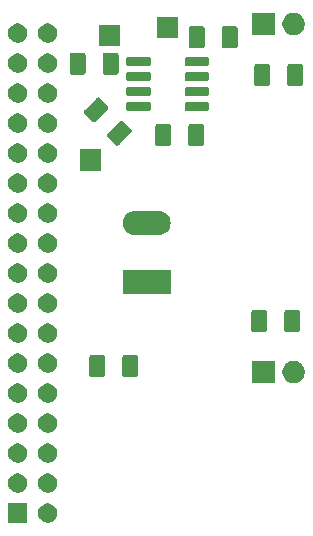
<source format=gbr>
G04 #@! TF.GenerationSoftware,KiCad,Pcbnew,5.1.6-c6e7f7d~86~ubuntu18.04.1*
G04 #@! TF.CreationDate,2020-07-18T15:42:51+02:00*
G04 #@! TF.ProjectId,sboxnet-dccgen,73626f78-6e65-4742-9d64-636367656e2e,rev?*
G04 #@! TF.SameCoordinates,Original*
G04 #@! TF.FileFunction,Soldermask,Bot*
G04 #@! TF.FilePolarity,Negative*
%FSLAX46Y46*%
G04 Gerber Fmt 4.6, Leading zero omitted, Abs format (unit mm)*
G04 Created by KiCad (PCBNEW 5.1.6-c6e7f7d~86~ubuntu18.04.1) date 2020-07-18 15:42:51*
%MOMM*%
%LPD*%
G01*
G04 APERTURE LIST*
%ADD10C,0.100000*%
G04 APERTURE END LIST*
D10*
G36*
X31987142Y-93198242D02*
G01*
X32135101Y-93259529D01*
X32268255Y-93348499D01*
X32381501Y-93461745D01*
X32470471Y-93594899D01*
X32531758Y-93742858D01*
X32563000Y-93899925D01*
X32563000Y-94060075D01*
X32531758Y-94217142D01*
X32470471Y-94365101D01*
X32381501Y-94498255D01*
X32268255Y-94611501D01*
X32135101Y-94700471D01*
X31987142Y-94761758D01*
X31830075Y-94793000D01*
X31669925Y-94793000D01*
X31512858Y-94761758D01*
X31364899Y-94700471D01*
X31231745Y-94611501D01*
X31118499Y-94498255D01*
X31029529Y-94365101D01*
X30968242Y-94217142D01*
X30937000Y-94060075D01*
X30937000Y-93899925D01*
X30968242Y-93742858D01*
X31029529Y-93594899D01*
X31118499Y-93461745D01*
X31231745Y-93348499D01*
X31364899Y-93259529D01*
X31512858Y-93198242D01*
X31669925Y-93167000D01*
X31830075Y-93167000D01*
X31987142Y-93198242D01*
G37*
G36*
X30023000Y-94793000D02*
G01*
X28397000Y-94793000D01*
X28397000Y-93167000D01*
X30023000Y-93167000D01*
X30023000Y-94793000D01*
G37*
G36*
X29447142Y-90658242D02*
G01*
X29595101Y-90719529D01*
X29728255Y-90808499D01*
X29841501Y-90921745D01*
X29930471Y-91054899D01*
X29991758Y-91202858D01*
X30023000Y-91359925D01*
X30023000Y-91520075D01*
X29991758Y-91677142D01*
X29930471Y-91825101D01*
X29841501Y-91958255D01*
X29728255Y-92071501D01*
X29595101Y-92160471D01*
X29447142Y-92221758D01*
X29290075Y-92253000D01*
X29129925Y-92253000D01*
X28972858Y-92221758D01*
X28824899Y-92160471D01*
X28691745Y-92071501D01*
X28578499Y-91958255D01*
X28489529Y-91825101D01*
X28428242Y-91677142D01*
X28397000Y-91520075D01*
X28397000Y-91359925D01*
X28428242Y-91202858D01*
X28489529Y-91054899D01*
X28578499Y-90921745D01*
X28691745Y-90808499D01*
X28824899Y-90719529D01*
X28972858Y-90658242D01*
X29129925Y-90627000D01*
X29290075Y-90627000D01*
X29447142Y-90658242D01*
G37*
G36*
X31987142Y-90658242D02*
G01*
X32135101Y-90719529D01*
X32268255Y-90808499D01*
X32381501Y-90921745D01*
X32470471Y-91054899D01*
X32531758Y-91202858D01*
X32563000Y-91359925D01*
X32563000Y-91520075D01*
X32531758Y-91677142D01*
X32470471Y-91825101D01*
X32381501Y-91958255D01*
X32268255Y-92071501D01*
X32135101Y-92160471D01*
X31987142Y-92221758D01*
X31830075Y-92253000D01*
X31669925Y-92253000D01*
X31512858Y-92221758D01*
X31364899Y-92160471D01*
X31231745Y-92071501D01*
X31118499Y-91958255D01*
X31029529Y-91825101D01*
X30968242Y-91677142D01*
X30937000Y-91520075D01*
X30937000Y-91359925D01*
X30968242Y-91202858D01*
X31029529Y-91054899D01*
X31118499Y-90921745D01*
X31231745Y-90808499D01*
X31364899Y-90719529D01*
X31512858Y-90658242D01*
X31669925Y-90627000D01*
X31830075Y-90627000D01*
X31987142Y-90658242D01*
G37*
G36*
X31987142Y-88118242D02*
G01*
X32135101Y-88179529D01*
X32268255Y-88268499D01*
X32381501Y-88381745D01*
X32470471Y-88514899D01*
X32531758Y-88662858D01*
X32563000Y-88819925D01*
X32563000Y-88980075D01*
X32531758Y-89137142D01*
X32470471Y-89285101D01*
X32381501Y-89418255D01*
X32268255Y-89531501D01*
X32135101Y-89620471D01*
X31987142Y-89681758D01*
X31830075Y-89713000D01*
X31669925Y-89713000D01*
X31512858Y-89681758D01*
X31364899Y-89620471D01*
X31231745Y-89531501D01*
X31118499Y-89418255D01*
X31029529Y-89285101D01*
X30968242Y-89137142D01*
X30937000Y-88980075D01*
X30937000Y-88819925D01*
X30968242Y-88662858D01*
X31029529Y-88514899D01*
X31118499Y-88381745D01*
X31231745Y-88268499D01*
X31364899Y-88179529D01*
X31512858Y-88118242D01*
X31669925Y-88087000D01*
X31830075Y-88087000D01*
X31987142Y-88118242D01*
G37*
G36*
X29447142Y-88118242D02*
G01*
X29595101Y-88179529D01*
X29728255Y-88268499D01*
X29841501Y-88381745D01*
X29930471Y-88514899D01*
X29991758Y-88662858D01*
X30023000Y-88819925D01*
X30023000Y-88980075D01*
X29991758Y-89137142D01*
X29930471Y-89285101D01*
X29841501Y-89418255D01*
X29728255Y-89531501D01*
X29595101Y-89620471D01*
X29447142Y-89681758D01*
X29290075Y-89713000D01*
X29129925Y-89713000D01*
X28972858Y-89681758D01*
X28824899Y-89620471D01*
X28691745Y-89531501D01*
X28578499Y-89418255D01*
X28489529Y-89285101D01*
X28428242Y-89137142D01*
X28397000Y-88980075D01*
X28397000Y-88819925D01*
X28428242Y-88662858D01*
X28489529Y-88514899D01*
X28578499Y-88381745D01*
X28691745Y-88268499D01*
X28824899Y-88179529D01*
X28972858Y-88118242D01*
X29129925Y-88087000D01*
X29290075Y-88087000D01*
X29447142Y-88118242D01*
G37*
G36*
X29447142Y-85578242D02*
G01*
X29595101Y-85639529D01*
X29728255Y-85728499D01*
X29841501Y-85841745D01*
X29930471Y-85974899D01*
X29991758Y-86122858D01*
X30023000Y-86279925D01*
X30023000Y-86440075D01*
X29991758Y-86597142D01*
X29930471Y-86745101D01*
X29841501Y-86878255D01*
X29728255Y-86991501D01*
X29595101Y-87080471D01*
X29447142Y-87141758D01*
X29290075Y-87173000D01*
X29129925Y-87173000D01*
X28972858Y-87141758D01*
X28824899Y-87080471D01*
X28691745Y-86991501D01*
X28578499Y-86878255D01*
X28489529Y-86745101D01*
X28428242Y-86597142D01*
X28397000Y-86440075D01*
X28397000Y-86279925D01*
X28428242Y-86122858D01*
X28489529Y-85974899D01*
X28578499Y-85841745D01*
X28691745Y-85728499D01*
X28824899Y-85639529D01*
X28972858Y-85578242D01*
X29129925Y-85547000D01*
X29290075Y-85547000D01*
X29447142Y-85578242D01*
G37*
G36*
X31987142Y-85578242D02*
G01*
X32135101Y-85639529D01*
X32268255Y-85728499D01*
X32381501Y-85841745D01*
X32470471Y-85974899D01*
X32531758Y-86122858D01*
X32563000Y-86279925D01*
X32563000Y-86440075D01*
X32531758Y-86597142D01*
X32470471Y-86745101D01*
X32381501Y-86878255D01*
X32268255Y-86991501D01*
X32135101Y-87080471D01*
X31987142Y-87141758D01*
X31830075Y-87173000D01*
X31669925Y-87173000D01*
X31512858Y-87141758D01*
X31364899Y-87080471D01*
X31231745Y-86991501D01*
X31118499Y-86878255D01*
X31029529Y-86745101D01*
X30968242Y-86597142D01*
X30937000Y-86440075D01*
X30937000Y-86279925D01*
X30968242Y-86122858D01*
X31029529Y-85974899D01*
X31118499Y-85841745D01*
X31231745Y-85728499D01*
X31364899Y-85639529D01*
X31512858Y-85578242D01*
X31669925Y-85547000D01*
X31830075Y-85547000D01*
X31987142Y-85578242D01*
G37*
G36*
X31987142Y-83038242D02*
G01*
X32135101Y-83099529D01*
X32268255Y-83188499D01*
X32381501Y-83301745D01*
X32470471Y-83434899D01*
X32531758Y-83582858D01*
X32563000Y-83739925D01*
X32563000Y-83900075D01*
X32531758Y-84057142D01*
X32470471Y-84205101D01*
X32381501Y-84338255D01*
X32268255Y-84451501D01*
X32135101Y-84540471D01*
X31987142Y-84601758D01*
X31830075Y-84633000D01*
X31669925Y-84633000D01*
X31512858Y-84601758D01*
X31364899Y-84540471D01*
X31231745Y-84451501D01*
X31118499Y-84338255D01*
X31029529Y-84205101D01*
X30968242Y-84057142D01*
X30937000Y-83900075D01*
X30937000Y-83739925D01*
X30968242Y-83582858D01*
X31029529Y-83434899D01*
X31118499Y-83301745D01*
X31231745Y-83188499D01*
X31364899Y-83099529D01*
X31512858Y-83038242D01*
X31669925Y-83007000D01*
X31830075Y-83007000D01*
X31987142Y-83038242D01*
G37*
G36*
X29447142Y-83038242D02*
G01*
X29595101Y-83099529D01*
X29728255Y-83188499D01*
X29841501Y-83301745D01*
X29930471Y-83434899D01*
X29991758Y-83582858D01*
X30023000Y-83739925D01*
X30023000Y-83900075D01*
X29991758Y-84057142D01*
X29930471Y-84205101D01*
X29841501Y-84338255D01*
X29728255Y-84451501D01*
X29595101Y-84540471D01*
X29447142Y-84601758D01*
X29290075Y-84633000D01*
X29129925Y-84633000D01*
X28972858Y-84601758D01*
X28824899Y-84540471D01*
X28691745Y-84451501D01*
X28578499Y-84338255D01*
X28489529Y-84205101D01*
X28428242Y-84057142D01*
X28397000Y-83900075D01*
X28397000Y-83739925D01*
X28428242Y-83582858D01*
X28489529Y-83434899D01*
X28578499Y-83301745D01*
X28691745Y-83188499D01*
X28824899Y-83099529D01*
X28972858Y-83038242D01*
X29129925Y-83007000D01*
X29290075Y-83007000D01*
X29447142Y-83038242D01*
G37*
G36*
X50989000Y-82993000D02*
G01*
X49087000Y-82993000D01*
X49087000Y-81091000D01*
X50989000Y-81091000D01*
X50989000Y-82993000D01*
G37*
G36*
X52855395Y-81127546D02*
G01*
X53028466Y-81199234D01*
X53105818Y-81250919D01*
X53184227Y-81303310D01*
X53316690Y-81435773D01*
X53316691Y-81435775D01*
X53420766Y-81591534D01*
X53492454Y-81764605D01*
X53529000Y-81948333D01*
X53529000Y-82135667D01*
X53492454Y-82319395D01*
X53420766Y-82492466D01*
X53420765Y-82492467D01*
X53316690Y-82648227D01*
X53184227Y-82780690D01*
X53105818Y-82833081D01*
X53028466Y-82884766D01*
X52855395Y-82956454D01*
X52671667Y-82993000D01*
X52484333Y-82993000D01*
X52300605Y-82956454D01*
X52127534Y-82884766D01*
X52050182Y-82833081D01*
X51971773Y-82780690D01*
X51839310Y-82648227D01*
X51735235Y-82492467D01*
X51735234Y-82492466D01*
X51663546Y-82319395D01*
X51627000Y-82135667D01*
X51627000Y-81948333D01*
X51663546Y-81764605D01*
X51735234Y-81591534D01*
X51839309Y-81435775D01*
X51839310Y-81435773D01*
X51971773Y-81303310D01*
X52050182Y-81250919D01*
X52127534Y-81199234D01*
X52300605Y-81127546D01*
X52484333Y-81091000D01*
X52671667Y-81091000D01*
X52855395Y-81127546D01*
G37*
G36*
X39256604Y-80612347D02*
G01*
X39293144Y-80623432D01*
X39326821Y-80641433D01*
X39356341Y-80665659D01*
X39380567Y-80695179D01*
X39398568Y-80728856D01*
X39409653Y-80765396D01*
X39414000Y-80809538D01*
X39414000Y-82258462D01*
X39409653Y-82302604D01*
X39398568Y-82339144D01*
X39380567Y-82372821D01*
X39356341Y-82402341D01*
X39326821Y-82426567D01*
X39293144Y-82444568D01*
X39256604Y-82455653D01*
X39212462Y-82460000D01*
X38263538Y-82460000D01*
X38219396Y-82455653D01*
X38182856Y-82444568D01*
X38149179Y-82426567D01*
X38119659Y-82402341D01*
X38095433Y-82372821D01*
X38077432Y-82339144D01*
X38066347Y-82302604D01*
X38062000Y-82258462D01*
X38062000Y-80809538D01*
X38066347Y-80765396D01*
X38077432Y-80728856D01*
X38095433Y-80695179D01*
X38119659Y-80665659D01*
X38149179Y-80641433D01*
X38182856Y-80623432D01*
X38219396Y-80612347D01*
X38263538Y-80608000D01*
X39212462Y-80608000D01*
X39256604Y-80612347D01*
G37*
G36*
X36456604Y-80612347D02*
G01*
X36493144Y-80623432D01*
X36526821Y-80641433D01*
X36556341Y-80665659D01*
X36580567Y-80695179D01*
X36598568Y-80728856D01*
X36609653Y-80765396D01*
X36614000Y-80809538D01*
X36614000Y-82258462D01*
X36609653Y-82302604D01*
X36598568Y-82339144D01*
X36580567Y-82372821D01*
X36556341Y-82402341D01*
X36526821Y-82426567D01*
X36493144Y-82444568D01*
X36456604Y-82455653D01*
X36412462Y-82460000D01*
X35463538Y-82460000D01*
X35419396Y-82455653D01*
X35382856Y-82444568D01*
X35349179Y-82426567D01*
X35319659Y-82402341D01*
X35295433Y-82372821D01*
X35277432Y-82339144D01*
X35266347Y-82302604D01*
X35262000Y-82258462D01*
X35262000Y-80809538D01*
X35266347Y-80765396D01*
X35277432Y-80728856D01*
X35295433Y-80695179D01*
X35319659Y-80665659D01*
X35349179Y-80641433D01*
X35382856Y-80623432D01*
X35419396Y-80612347D01*
X35463538Y-80608000D01*
X36412462Y-80608000D01*
X36456604Y-80612347D01*
G37*
G36*
X29447142Y-80498242D02*
G01*
X29595101Y-80559529D01*
X29728255Y-80648499D01*
X29841501Y-80761745D01*
X29930471Y-80894899D01*
X29991758Y-81042858D01*
X30023000Y-81199925D01*
X30023000Y-81360075D01*
X29991758Y-81517142D01*
X29930471Y-81665101D01*
X29841501Y-81798255D01*
X29728255Y-81911501D01*
X29595101Y-82000471D01*
X29447142Y-82061758D01*
X29290075Y-82093000D01*
X29129925Y-82093000D01*
X28972858Y-82061758D01*
X28824899Y-82000471D01*
X28691745Y-81911501D01*
X28578499Y-81798255D01*
X28489529Y-81665101D01*
X28428242Y-81517142D01*
X28397000Y-81360075D01*
X28397000Y-81199925D01*
X28428242Y-81042858D01*
X28489529Y-80894899D01*
X28578499Y-80761745D01*
X28691745Y-80648499D01*
X28824899Y-80559529D01*
X28972858Y-80498242D01*
X29129925Y-80467000D01*
X29290075Y-80467000D01*
X29447142Y-80498242D01*
G37*
G36*
X31987142Y-80498242D02*
G01*
X32135101Y-80559529D01*
X32268255Y-80648499D01*
X32381501Y-80761745D01*
X32470471Y-80894899D01*
X32531758Y-81042858D01*
X32563000Y-81199925D01*
X32563000Y-81360075D01*
X32531758Y-81517142D01*
X32470471Y-81665101D01*
X32381501Y-81798255D01*
X32268255Y-81911501D01*
X32135101Y-82000471D01*
X31987142Y-82061758D01*
X31830075Y-82093000D01*
X31669925Y-82093000D01*
X31512858Y-82061758D01*
X31364899Y-82000471D01*
X31231745Y-81911501D01*
X31118499Y-81798255D01*
X31029529Y-81665101D01*
X30968242Y-81517142D01*
X30937000Y-81360075D01*
X30937000Y-81199925D01*
X30968242Y-81042858D01*
X31029529Y-80894899D01*
X31118499Y-80761745D01*
X31231745Y-80648499D01*
X31364899Y-80559529D01*
X31512858Y-80498242D01*
X31669925Y-80467000D01*
X31830075Y-80467000D01*
X31987142Y-80498242D01*
G37*
G36*
X31987142Y-77958242D02*
G01*
X32135101Y-78019529D01*
X32268255Y-78108499D01*
X32381501Y-78221745D01*
X32470471Y-78354899D01*
X32531758Y-78502858D01*
X32563000Y-78659925D01*
X32563000Y-78820075D01*
X32531758Y-78977142D01*
X32470471Y-79125101D01*
X32381501Y-79258255D01*
X32268255Y-79371501D01*
X32135101Y-79460471D01*
X31987142Y-79521758D01*
X31830075Y-79553000D01*
X31669925Y-79553000D01*
X31512858Y-79521758D01*
X31364899Y-79460471D01*
X31231745Y-79371501D01*
X31118499Y-79258255D01*
X31029529Y-79125101D01*
X30968242Y-78977142D01*
X30937000Y-78820075D01*
X30937000Y-78659925D01*
X30968242Y-78502858D01*
X31029529Y-78354899D01*
X31118499Y-78221745D01*
X31231745Y-78108499D01*
X31364899Y-78019529D01*
X31512858Y-77958242D01*
X31669925Y-77927000D01*
X31830075Y-77927000D01*
X31987142Y-77958242D01*
G37*
G36*
X29447142Y-77958242D02*
G01*
X29595101Y-78019529D01*
X29728255Y-78108499D01*
X29841501Y-78221745D01*
X29930471Y-78354899D01*
X29991758Y-78502858D01*
X30023000Y-78659925D01*
X30023000Y-78820075D01*
X29991758Y-78977142D01*
X29930471Y-79125101D01*
X29841501Y-79258255D01*
X29728255Y-79371501D01*
X29595101Y-79460471D01*
X29447142Y-79521758D01*
X29290075Y-79553000D01*
X29129925Y-79553000D01*
X28972858Y-79521758D01*
X28824899Y-79460471D01*
X28691745Y-79371501D01*
X28578499Y-79258255D01*
X28489529Y-79125101D01*
X28428242Y-78977142D01*
X28397000Y-78820075D01*
X28397000Y-78659925D01*
X28428242Y-78502858D01*
X28489529Y-78354899D01*
X28578499Y-78221745D01*
X28691745Y-78108499D01*
X28824899Y-78019529D01*
X28972858Y-77958242D01*
X29129925Y-77927000D01*
X29290075Y-77927000D01*
X29447142Y-77958242D01*
G37*
G36*
X52972604Y-76802347D02*
G01*
X53009144Y-76813432D01*
X53042821Y-76831433D01*
X53072341Y-76855659D01*
X53096567Y-76885179D01*
X53114568Y-76918856D01*
X53125653Y-76955396D01*
X53130000Y-76999538D01*
X53130000Y-78448462D01*
X53125653Y-78492604D01*
X53114568Y-78529144D01*
X53096567Y-78562821D01*
X53072341Y-78592341D01*
X53042821Y-78616567D01*
X53009144Y-78634568D01*
X52972604Y-78645653D01*
X52928462Y-78650000D01*
X51979538Y-78650000D01*
X51935396Y-78645653D01*
X51898856Y-78634568D01*
X51865179Y-78616567D01*
X51835659Y-78592341D01*
X51811433Y-78562821D01*
X51793432Y-78529144D01*
X51782347Y-78492604D01*
X51778000Y-78448462D01*
X51778000Y-76999538D01*
X51782347Y-76955396D01*
X51793432Y-76918856D01*
X51811433Y-76885179D01*
X51835659Y-76855659D01*
X51865179Y-76831433D01*
X51898856Y-76813432D01*
X51935396Y-76802347D01*
X51979538Y-76798000D01*
X52928462Y-76798000D01*
X52972604Y-76802347D01*
G37*
G36*
X50172604Y-76802347D02*
G01*
X50209144Y-76813432D01*
X50242821Y-76831433D01*
X50272341Y-76855659D01*
X50296567Y-76885179D01*
X50314568Y-76918856D01*
X50325653Y-76955396D01*
X50330000Y-76999538D01*
X50330000Y-78448462D01*
X50325653Y-78492604D01*
X50314568Y-78529144D01*
X50296567Y-78562821D01*
X50272341Y-78592341D01*
X50242821Y-78616567D01*
X50209144Y-78634568D01*
X50172604Y-78645653D01*
X50128462Y-78650000D01*
X49179538Y-78650000D01*
X49135396Y-78645653D01*
X49098856Y-78634568D01*
X49065179Y-78616567D01*
X49035659Y-78592341D01*
X49011433Y-78562821D01*
X48993432Y-78529144D01*
X48982347Y-78492604D01*
X48978000Y-78448462D01*
X48978000Y-76999538D01*
X48982347Y-76955396D01*
X48993432Y-76918856D01*
X49011433Y-76885179D01*
X49035659Y-76855659D01*
X49065179Y-76831433D01*
X49098856Y-76813432D01*
X49135396Y-76802347D01*
X49179538Y-76798000D01*
X50128462Y-76798000D01*
X50172604Y-76802347D01*
G37*
G36*
X29447142Y-75418242D02*
G01*
X29595101Y-75479529D01*
X29728255Y-75568499D01*
X29841501Y-75681745D01*
X29930471Y-75814899D01*
X29991758Y-75962858D01*
X30023000Y-76119925D01*
X30023000Y-76280075D01*
X29991758Y-76437142D01*
X29930471Y-76585101D01*
X29841501Y-76718255D01*
X29728255Y-76831501D01*
X29595101Y-76920471D01*
X29447142Y-76981758D01*
X29290075Y-77013000D01*
X29129925Y-77013000D01*
X28972858Y-76981758D01*
X28824899Y-76920471D01*
X28691745Y-76831501D01*
X28578499Y-76718255D01*
X28489529Y-76585101D01*
X28428242Y-76437142D01*
X28397000Y-76280075D01*
X28397000Y-76119925D01*
X28428242Y-75962858D01*
X28489529Y-75814899D01*
X28578499Y-75681745D01*
X28691745Y-75568499D01*
X28824899Y-75479529D01*
X28972858Y-75418242D01*
X29129925Y-75387000D01*
X29290075Y-75387000D01*
X29447142Y-75418242D01*
G37*
G36*
X31987142Y-75418242D02*
G01*
X32135101Y-75479529D01*
X32268255Y-75568499D01*
X32381501Y-75681745D01*
X32470471Y-75814899D01*
X32531758Y-75962858D01*
X32563000Y-76119925D01*
X32563000Y-76280075D01*
X32531758Y-76437142D01*
X32470471Y-76585101D01*
X32381501Y-76718255D01*
X32268255Y-76831501D01*
X32135101Y-76920471D01*
X31987142Y-76981758D01*
X31830075Y-77013000D01*
X31669925Y-77013000D01*
X31512858Y-76981758D01*
X31364899Y-76920471D01*
X31231745Y-76831501D01*
X31118499Y-76718255D01*
X31029529Y-76585101D01*
X30968242Y-76437142D01*
X30937000Y-76280075D01*
X30937000Y-76119925D01*
X30968242Y-75962858D01*
X31029529Y-75814899D01*
X31118499Y-75681745D01*
X31231745Y-75568499D01*
X31364899Y-75479529D01*
X31512858Y-75418242D01*
X31669925Y-75387000D01*
X31830075Y-75387000D01*
X31987142Y-75418242D01*
G37*
G36*
X42163000Y-75463000D02*
G01*
X38101000Y-75463000D01*
X38101000Y-73381000D01*
X42163000Y-73381000D01*
X42163000Y-75463000D01*
G37*
G36*
X29447142Y-72878242D02*
G01*
X29595101Y-72939529D01*
X29728255Y-73028499D01*
X29841501Y-73141745D01*
X29930471Y-73274899D01*
X29991758Y-73422858D01*
X30023000Y-73579925D01*
X30023000Y-73740075D01*
X29991758Y-73897142D01*
X29930471Y-74045101D01*
X29841501Y-74178255D01*
X29728255Y-74291501D01*
X29595101Y-74380471D01*
X29447142Y-74441758D01*
X29290075Y-74473000D01*
X29129925Y-74473000D01*
X28972858Y-74441758D01*
X28824899Y-74380471D01*
X28691745Y-74291501D01*
X28578499Y-74178255D01*
X28489529Y-74045101D01*
X28428242Y-73897142D01*
X28397000Y-73740075D01*
X28397000Y-73579925D01*
X28428242Y-73422858D01*
X28489529Y-73274899D01*
X28578499Y-73141745D01*
X28691745Y-73028499D01*
X28824899Y-72939529D01*
X28972858Y-72878242D01*
X29129925Y-72847000D01*
X29290075Y-72847000D01*
X29447142Y-72878242D01*
G37*
G36*
X31987142Y-72878242D02*
G01*
X32135101Y-72939529D01*
X32268255Y-73028499D01*
X32381501Y-73141745D01*
X32470471Y-73274899D01*
X32531758Y-73422858D01*
X32563000Y-73579925D01*
X32563000Y-73740075D01*
X32531758Y-73897142D01*
X32470471Y-74045101D01*
X32381501Y-74178255D01*
X32268255Y-74291501D01*
X32135101Y-74380471D01*
X31987142Y-74441758D01*
X31830075Y-74473000D01*
X31669925Y-74473000D01*
X31512858Y-74441758D01*
X31364899Y-74380471D01*
X31231745Y-74291501D01*
X31118499Y-74178255D01*
X31029529Y-74045101D01*
X30968242Y-73897142D01*
X30937000Y-73740075D01*
X30937000Y-73579925D01*
X30968242Y-73422858D01*
X31029529Y-73274899D01*
X31118499Y-73141745D01*
X31231745Y-73028499D01*
X31364899Y-72939529D01*
X31512858Y-72878242D01*
X31669925Y-72847000D01*
X31830075Y-72847000D01*
X31987142Y-72878242D01*
G37*
G36*
X29447142Y-70338242D02*
G01*
X29595101Y-70399529D01*
X29728255Y-70488499D01*
X29841501Y-70601745D01*
X29930471Y-70734899D01*
X29991758Y-70882858D01*
X30023000Y-71039925D01*
X30023000Y-71200075D01*
X29991758Y-71357142D01*
X29930471Y-71505101D01*
X29841501Y-71638255D01*
X29728255Y-71751501D01*
X29595101Y-71840471D01*
X29447142Y-71901758D01*
X29290075Y-71933000D01*
X29129925Y-71933000D01*
X28972858Y-71901758D01*
X28824899Y-71840471D01*
X28691745Y-71751501D01*
X28578499Y-71638255D01*
X28489529Y-71505101D01*
X28428242Y-71357142D01*
X28397000Y-71200075D01*
X28397000Y-71039925D01*
X28428242Y-70882858D01*
X28489529Y-70734899D01*
X28578499Y-70601745D01*
X28691745Y-70488499D01*
X28824899Y-70399529D01*
X28972858Y-70338242D01*
X29129925Y-70307000D01*
X29290075Y-70307000D01*
X29447142Y-70338242D01*
G37*
G36*
X31987142Y-70338242D02*
G01*
X32135101Y-70399529D01*
X32268255Y-70488499D01*
X32381501Y-70601745D01*
X32470471Y-70734899D01*
X32531758Y-70882858D01*
X32563000Y-71039925D01*
X32563000Y-71200075D01*
X32531758Y-71357142D01*
X32470471Y-71505101D01*
X32381501Y-71638255D01*
X32268255Y-71751501D01*
X32135101Y-71840471D01*
X31987142Y-71901758D01*
X31830075Y-71933000D01*
X31669925Y-71933000D01*
X31512858Y-71901758D01*
X31364899Y-71840471D01*
X31231745Y-71751501D01*
X31118499Y-71638255D01*
X31029529Y-71505101D01*
X30968242Y-71357142D01*
X30937000Y-71200075D01*
X30937000Y-71039925D01*
X30968242Y-70882858D01*
X31029529Y-70734899D01*
X31118499Y-70601745D01*
X31231745Y-70488499D01*
X31364899Y-70399529D01*
X31512858Y-70338242D01*
X31669925Y-70307000D01*
X31830075Y-70307000D01*
X31987142Y-70338242D01*
G37*
G36*
X41224112Y-68386021D02*
G01*
X41326072Y-68396063D01*
X41522301Y-68455589D01*
X41522303Y-68455590D01*
X41703145Y-68552252D01*
X41861660Y-68682340D01*
X41972288Y-68817143D01*
X41991747Y-68840854D01*
X42088411Y-69021699D01*
X42147937Y-69217928D01*
X42168036Y-69422000D01*
X42147937Y-69626072D01*
X42088411Y-69822301D01*
X42088410Y-69822303D01*
X41991748Y-70003145D01*
X41861660Y-70161660D01*
X41703145Y-70291748D01*
X41522303Y-70388410D01*
X41522301Y-70388411D01*
X41326072Y-70447937D01*
X41224112Y-70457979D01*
X41173133Y-70463000D01*
X39090867Y-70463000D01*
X39039888Y-70457979D01*
X38937928Y-70447937D01*
X38741699Y-70388411D01*
X38741697Y-70388410D01*
X38560855Y-70291748D01*
X38402340Y-70161660D01*
X38272252Y-70003145D01*
X38175590Y-69822303D01*
X38175589Y-69822301D01*
X38116063Y-69626072D01*
X38095964Y-69422000D01*
X38116063Y-69217928D01*
X38175589Y-69021699D01*
X38272253Y-68840854D01*
X38291712Y-68817143D01*
X38402340Y-68682340D01*
X38560855Y-68552252D01*
X38741697Y-68455590D01*
X38741699Y-68455589D01*
X38937928Y-68396063D01*
X39039888Y-68386021D01*
X39090867Y-68381000D01*
X41173133Y-68381000D01*
X41224112Y-68386021D01*
G37*
G36*
X31987142Y-67798242D02*
G01*
X32135101Y-67859529D01*
X32268255Y-67948499D01*
X32381501Y-68061745D01*
X32470471Y-68194899D01*
X32531758Y-68342858D01*
X32563000Y-68499925D01*
X32563000Y-68660075D01*
X32531758Y-68817142D01*
X32470471Y-68965101D01*
X32381501Y-69098255D01*
X32268255Y-69211501D01*
X32135101Y-69300471D01*
X31987142Y-69361758D01*
X31830075Y-69393000D01*
X31669925Y-69393000D01*
X31512858Y-69361758D01*
X31364899Y-69300471D01*
X31231745Y-69211501D01*
X31118499Y-69098255D01*
X31029529Y-68965101D01*
X30968242Y-68817142D01*
X30937000Y-68660075D01*
X30937000Y-68499925D01*
X30968242Y-68342858D01*
X31029529Y-68194899D01*
X31118499Y-68061745D01*
X31231745Y-67948499D01*
X31364899Y-67859529D01*
X31512858Y-67798242D01*
X31669925Y-67767000D01*
X31830075Y-67767000D01*
X31987142Y-67798242D01*
G37*
G36*
X29447142Y-67798242D02*
G01*
X29595101Y-67859529D01*
X29728255Y-67948499D01*
X29841501Y-68061745D01*
X29930471Y-68194899D01*
X29991758Y-68342858D01*
X30023000Y-68499925D01*
X30023000Y-68660075D01*
X29991758Y-68817142D01*
X29930471Y-68965101D01*
X29841501Y-69098255D01*
X29728255Y-69211501D01*
X29595101Y-69300471D01*
X29447142Y-69361758D01*
X29290075Y-69393000D01*
X29129925Y-69393000D01*
X28972858Y-69361758D01*
X28824899Y-69300471D01*
X28691745Y-69211501D01*
X28578499Y-69098255D01*
X28489529Y-68965101D01*
X28428242Y-68817142D01*
X28397000Y-68660075D01*
X28397000Y-68499925D01*
X28428242Y-68342858D01*
X28489529Y-68194899D01*
X28578499Y-68061745D01*
X28691745Y-67948499D01*
X28824899Y-67859529D01*
X28972858Y-67798242D01*
X29129925Y-67767000D01*
X29290075Y-67767000D01*
X29447142Y-67798242D01*
G37*
G36*
X29447142Y-65258242D02*
G01*
X29595101Y-65319529D01*
X29728255Y-65408499D01*
X29841501Y-65521745D01*
X29930471Y-65654899D01*
X29991758Y-65802858D01*
X30023000Y-65959925D01*
X30023000Y-66120075D01*
X29991758Y-66277142D01*
X29930471Y-66425101D01*
X29841501Y-66558255D01*
X29728255Y-66671501D01*
X29595101Y-66760471D01*
X29447142Y-66821758D01*
X29290075Y-66853000D01*
X29129925Y-66853000D01*
X28972858Y-66821758D01*
X28824899Y-66760471D01*
X28691745Y-66671501D01*
X28578499Y-66558255D01*
X28489529Y-66425101D01*
X28428242Y-66277142D01*
X28397000Y-66120075D01*
X28397000Y-65959925D01*
X28428242Y-65802858D01*
X28489529Y-65654899D01*
X28578499Y-65521745D01*
X28691745Y-65408499D01*
X28824899Y-65319529D01*
X28972858Y-65258242D01*
X29129925Y-65227000D01*
X29290075Y-65227000D01*
X29447142Y-65258242D01*
G37*
G36*
X31987142Y-65258242D02*
G01*
X32135101Y-65319529D01*
X32268255Y-65408499D01*
X32381501Y-65521745D01*
X32470471Y-65654899D01*
X32531758Y-65802858D01*
X32563000Y-65959925D01*
X32563000Y-66120075D01*
X32531758Y-66277142D01*
X32470471Y-66425101D01*
X32381501Y-66558255D01*
X32268255Y-66671501D01*
X32135101Y-66760471D01*
X31987142Y-66821758D01*
X31830075Y-66853000D01*
X31669925Y-66853000D01*
X31512858Y-66821758D01*
X31364899Y-66760471D01*
X31231745Y-66671501D01*
X31118499Y-66558255D01*
X31029529Y-66425101D01*
X30968242Y-66277142D01*
X30937000Y-66120075D01*
X30937000Y-65959925D01*
X30968242Y-65802858D01*
X31029529Y-65654899D01*
X31118499Y-65521745D01*
X31231745Y-65408499D01*
X31364899Y-65319529D01*
X31512858Y-65258242D01*
X31669925Y-65227000D01*
X31830075Y-65227000D01*
X31987142Y-65258242D01*
G37*
G36*
X36301000Y-65001000D02*
G01*
X34499000Y-65001000D01*
X34499000Y-63199000D01*
X36301000Y-63199000D01*
X36301000Y-65001000D01*
G37*
G36*
X31987142Y-62718242D02*
G01*
X32135101Y-62779529D01*
X32268255Y-62868499D01*
X32381501Y-62981745D01*
X32470471Y-63114899D01*
X32531758Y-63262858D01*
X32563000Y-63419925D01*
X32563000Y-63580075D01*
X32531758Y-63737142D01*
X32470471Y-63885101D01*
X32381501Y-64018255D01*
X32268255Y-64131501D01*
X32135101Y-64220471D01*
X31987142Y-64281758D01*
X31830075Y-64313000D01*
X31669925Y-64313000D01*
X31512858Y-64281758D01*
X31364899Y-64220471D01*
X31231745Y-64131501D01*
X31118499Y-64018255D01*
X31029529Y-63885101D01*
X30968242Y-63737142D01*
X30937000Y-63580075D01*
X30937000Y-63419925D01*
X30968242Y-63262858D01*
X31029529Y-63114899D01*
X31118499Y-62981745D01*
X31231745Y-62868499D01*
X31364899Y-62779529D01*
X31512858Y-62718242D01*
X31669925Y-62687000D01*
X31830075Y-62687000D01*
X31987142Y-62718242D01*
G37*
G36*
X29447142Y-62718242D02*
G01*
X29595101Y-62779529D01*
X29728255Y-62868499D01*
X29841501Y-62981745D01*
X29930471Y-63114899D01*
X29991758Y-63262858D01*
X30023000Y-63419925D01*
X30023000Y-63580075D01*
X29991758Y-63737142D01*
X29930471Y-63885101D01*
X29841501Y-64018255D01*
X29728255Y-64131501D01*
X29595101Y-64220471D01*
X29447142Y-64281758D01*
X29290075Y-64313000D01*
X29129925Y-64313000D01*
X28972858Y-64281758D01*
X28824899Y-64220471D01*
X28691745Y-64131501D01*
X28578499Y-64018255D01*
X28489529Y-63885101D01*
X28428242Y-63737142D01*
X28397000Y-63580075D01*
X28397000Y-63419925D01*
X28428242Y-63262858D01*
X28489529Y-63114899D01*
X28578499Y-62981745D01*
X28691745Y-62868499D01*
X28824899Y-62779529D01*
X28972858Y-62718242D01*
X29129925Y-62687000D01*
X29290075Y-62687000D01*
X29447142Y-62718242D01*
G37*
G36*
X42044604Y-61054347D02*
G01*
X42081144Y-61065432D01*
X42114821Y-61083433D01*
X42144341Y-61107659D01*
X42168567Y-61137179D01*
X42186568Y-61170856D01*
X42197653Y-61207396D01*
X42202000Y-61251538D01*
X42202000Y-62700462D01*
X42197653Y-62744604D01*
X42186568Y-62781144D01*
X42168567Y-62814821D01*
X42144341Y-62844341D01*
X42114821Y-62868567D01*
X42081144Y-62886568D01*
X42044604Y-62897653D01*
X42000462Y-62902000D01*
X41051538Y-62902000D01*
X41007396Y-62897653D01*
X40970856Y-62886568D01*
X40937179Y-62868567D01*
X40907659Y-62844341D01*
X40883433Y-62814821D01*
X40865432Y-62781144D01*
X40854347Y-62744604D01*
X40850000Y-62700462D01*
X40850000Y-61251538D01*
X40854347Y-61207396D01*
X40865432Y-61170856D01*
X40883433Y-61137179D01*
X40907659Y-61107659D01*
X40937179Y-61083433D01*
X40970856Y-61065432D01*
X41007396Y-61054347D01*
X41051538Y-61050000D01*
X42000462Y-61050000D01*
X42044604Y-61054347D01*
G37*
G36*
X44844604Y-61054347D02*
G01*
X44881144Y-61065432D01*
X44914821Y-61083433D01*
X44944341Y-61107659D01*
X44968567Y-61137179D01*
X44986568Y-61170856D01*
X44997653Y-61207396D01*
X45002000Y-61251538D01*
X45002000Y-62700462D01*
X44997653Y-62744604D01*
X44986568Y-62781144D01*
X44968567Y-62814821D01*
X44944341Y-62844341D01*
X44914821Y-62868567D01*
X44881144Y-62886568D01*
X44844604Y-62897653D01*
X44800462Y-62902000D01*
X43851538Y-62902000D01*
X43807396Y-62897653D01*
X43770856Y-62886568D01*
X43737179Y-62868567D01*
X43707659Y-62844341D01*
X43683433Y-62814821D01*
X43665432Y-62781144D01*
X43654347Y-62744604D01*
X43650000Y-62700462D01*
X43650000Y-61251538D01*
X43654347Y-61207396D01*
X43665432Y-61170856D01*
X43683433Y-61137179D01*
X43707659Y-61107659D01*
X43737179Y-61083433D01*
X43770856Y-61065432D01*
X43807396Y-61054347D01*
X43851538Y-61050000D01*
X44800462Y-61050000D01*
X44844604Y-61054347D01*
G37*
G36*
X38035381Y-60776099D02*
G01*
X38071921Y-60787184D01*
X38105598Y-60805185D01*
X38139883Y-60833322D01*
X38188568Y-60882007D01*
X38188579Y-60882016D01*
X38762184Y-61455621D01*
X38762193Y-61455632D01*
X38810878Y-61504317D01*
X38839015Y-61538602D01*
X38857016Y-61572279D01*
X38868101Y-61608819D01*
X38871843Y-61646823D01*
X38868101Y-61684827D01*
X38857016Y-61721367D01*
X38839015Y-61755044D01*
X38810878Y-61789329D01*
X38762193Y-61838014D01*
X38762184Y-61838025D01*
X37835025Y-62765184D01*
X37835014Y-62765193D01*
X37786329Y-62813878D01*
X37752044Y-62842015D01*
X37718367Y-62860016D01*
X37681827Y-62871101D01*
X37643823Y-62874843D01*
X37605819Y-62871101D01*
X37569279Y-62860016D01*
X37535602Y-62842015D01*
X37501317Y-62813878D01*
X37452632Y-62765193D01*
X37452621Y-62765184D01*
X36879016Y-62191579D01*
X36879007Y-62191568D01*
X36830322Y-62142883D01*
X36802185Y-62108598D01*
X36784184Y-62074921D01*
X36773099Y-62038381D01*
X36769357Y-62000377D01*
X36773099Y-61962373D01*
X36784184Y-61925833D01*
X36802185Y-61892156D01*
X36830322Y-61857871D01*
X36879007Y-61809186D01*
X36879016Y-61809175D01*
X37806175Y-60882016D01*
X37806186Y-60882007D01*
X37854871Y-60833322D01*
X37889156Y-60805185D01*
X37922833Y-60787184D01*
X37959373Y-60776099D01*
X37997377Y-60772357D01*
X38035381Y-60776099D01*
G37*
G36*
X31987142Y-60178242D02*
G01*
X32135101Y-60239529D01*
X32268255Y-60328499D01*
X32381501Y-60441745D01*
X32470471Y-60574899D01*
X32531758Y-60722858D01*
X32563000Y-60879925D01*
X32563000Y-61040075D01*
X32531758Y-61197142D01*
X32470471Y-61345101D01*
X32381501Y-61478255D01*
X32268255Y-61591501D01*
X32135101Y-61680471D01*
X31987142Y-61741758D01*
X31830075Y-61773000D01*
X31669925Y-61773000D01*
X31512858Y-61741758D01*
X31364899Y-61680471D01*
X31231745Y-61591501D01*
X31118499Y-61478255D01*
X31029529Y-61345101D01*
X30968242Y-61197142D01*
X30937000Y-61040075D01*
X30937000Y-60879925D01*
X30968242Y-60722858D01*
X31029529Y-60574899D01*
X31118499Y-60441745D01*
X31231745Y-60328499D01*
X31364899Y-60239529D01*
X31512858Y-60178242D01*
X31669925Y-60147000D01*
X31830075Y-60147000D01*
X31987142Y-60178242D01*
G37*
G36*
X29447142Y-60178242D02*
G01*
X29595101Y-60239529D01*
X29728255Y-60328499D01*
X29841501Y-60441745D01*
X29930471Y-60574899D01*
X29991758Y-60722858D01*
X30023000Y-60879925D01*
X30023000Y-61040075D01*
X29991758Y-61197142D01*
X29930471Y-61345101D01*
X29841501Y-61478255D01*
X29728255Y-61591501D01*
X29595101Y-61680471D01*
X29447142Y-61741758D01*
X29290075Y-61773000D01*
X29129925Y-61773000D01*
X28972858Y-61741758D01*
X28824899Y-61680471D01*
X28691745Y-61591501D01*
X28578499Y-61478255D01*
X28489529Y-61345101D01*
X28428242Y-61197142D01*
X28397000Y-61040075D01*
X28397000Y-60879925D01*
X28428242Y-60722858D01*
X28489529Y-60574899D01*
X28578499Y-60441745D01*
X28691745Y-60328499D01*
X28824899Y-60239529D01*
X28972858Y-60178242D01*
X29129925Y-60147000D01*
X29290075Y-60147000D01*
X29447142Y-60178242D01*
G37*
G36*
X36055483Y-58796201D02*
G01*
X36092023Y-58807286D01*
X36125700Y-58825287D01*
X36159985Y-58853424D01*
X36208670Y-58902109D01*
X36208681Y-58902118D01*
X36782286Y-59475723D01*
X36782295Y-59475734D01*
X36830980Y-59524419D01*
X36859117Y-59558704D01*
X36877118Y-59592381D01*
X36888203Y-59628921D01*
X36891945Y-59666925D01*
X36888203Y-59704929D01*
X36877118Y-59741469D01*
X36859117Y-59775146D01*
X36830980Y-59809431D01*
X36782295Y-59858116D01*
X36782286Y-59858127D01*
X35855127Y-60785286D01*
X35855116Y-60785295D01*
X35806431Y-60833980D01*
X35772146Y-60862117D01*
X35738469Y-60880118D01*
X35701929Y-60891203D01*
X35663925Y-60894945D01*
X35625921Y-60891203D01*
X35589381Y-60880118D01*
X35555704Y-60862117D01*
X35521419Y-60833980D01*
X35472734Y-60785295D01*
X35472723Y-60785286D01*
X34899118Y-60211681D01*
X34899109Y-60211670D01*
X34850424Y-60162985D01*
X34822287Y-60128700D01*
X34804286Y-60095023D01*
X34793201Y-60058483D01*
X34789459Y-60020479D01*
X34793201Y-59982475D01*
X34804286Y-59945935D01*
X34822287Y-59912258D01*
X34850424Y-59877973D01*
X34899109Y-59829288D01*
X34899118Y-59829277D01*
X35826277Y-58902118D01*
X35826288Y-58902109D01*
X35874973Y-58853424D01*
X35909258Y-58825287D01*
X35942935Y-58807286D01*
X35979475Y-58796201D01*
X36017479Y-58792459D01*
X36055483Y-58796201D01*
G37*
G36*
X40369928Y-59214764D02*
G01*
X40391009Y-59221160D01*
X40410445Y-59231548D01*
X40427476Y-59245524D01*
X40441452Y-59262555D01*
X40451840Y-59281991D01*
X40458236Y-59303072D01*
X40461000Y-59331140D01*
X40461000Y-59794860D01*
X40458236Y-59822928D01*
X40451840Y-59844009D01*
X40441452Y-59863445D01*
X40427476Y-59880476D01*
X40410445Y-59894452D01*
X40391009Y-59904840D01*
X40369928Y-59911236D01*
X40341860Y-59914000D01*
X38528140Y-59914000D01*
X38500072Y-59911236D01*
X38478991Y-59904840D01*
X38459555Y-59894452D01*
X38442524Y-59880476D01*
X38428548Y-59863445D01*
X38418160Y-59844009D01*
X38411764Y-59822928D01*
X38409000Y-59794860D01*
X38409000Y-59331140D01*
X38411764Y-59303072D01*
X38418160Y-59281991D01*
X38428548Y-59262555D01*
X38442524Y-59245524D01*
X38459555Y-59231548D01*
X38478991Y-59221160D01*
X38500072Y-59214764D01*
X38528140Y-59212000D01*
X40341860Y-59212000D01*
X40369928Y-59214764D01*
G37*
G36*
X45319928Y-59214764D02*
G01*
X45341009Y-59221160D01*
X45360445Y-59231548D01*
X45377476Y-59245524D01*
X45391452Y-59262555D01*
X45401840Y-59281991D01*
X45408236Y-59303072D01*
X45411000Y-59331140D01*
X45411000Y-59794860D01*
X45408236Y-59822928D01*
X45401840Y-59844009D01*
X45391452Y-59863445D01*
X45377476Y-59880476D01*
X45360445Y-59894452D01*
X45341009Y-59904840D01*
X45319928Y-59911236D01*
X45291860Y-59914000D01*
X43478140Y-59914000D01*
X43450072Y-59911236D01*
X43428991Y-59904840D01*
X43409555Y-59894452D01*
X43392524Y-59880476D01*
X43378548Y-59863445D01*
X43368160Y-59844009D01*
X43361764Y-59822928D01*
X43359000Y-59794860D01*
X43359000Y-59331140D01*
X43361764Y-59303072D01*
X43368160Y-59281991D01*
X43378548Y-59262555D01*
X43392524Y-59245524D01*
X43409555Y-59231548D01*
X43428991Y-59221160D01*
X43450072Y-59214764D01*
X43478140Y-59212000D01*
X45291860Y-59212000D01*
X45319928Y-59214764D01*
G37*
G36*
X29447142Y-57638242D02*
G01*
X29595101Y-57699529D01*
X29728255Y-57788499D01*
X29841501Y-57901745D01*
X29930471Y-58034899D01*
X29991758Y-58182858D01*
X30023000Y-58339925D01*
X30023000Y-58500075D01*
X29991758Y-58657142D01*
X29930471Y-58805101D01*
X29841501Y-58938255D01*
X29728255Y-59051501D01*
X29595101Y-59140471D01*
X29447142Y-59201758D01*
X29290075Y-59233000D01*
X29129925Y-59233000D01*
X28972858Y-59201758D01*
X28824899Y-59140471D01*
X28691745Y-59051501D01*
X28578499Y-58938255D01*
X28489529Y-58805101D01*
X28428242Y-58657142D01*
X28397000Y-58500075D01*
X28397000Y-58339925D01*
X28428242Y-58182858D01*
X28489529Y-58034899D01*
X28578499Y-57901745D01*
X28691745Y-57788499D01*
X28824899Y-57699529D01*
X28972858Y-57638242D01*
X29129925Y-57607000D01*
X29290075Y-57607000D01*
X29447142Y-57638242D01*
G37*
G36*
X31987142Y-57638242D02*
G01*
X32135101Y-57699529D01*
X32268255Y-57788499D01*
X32381501Y-57901745D01*
X32470471Y-58034899D01*
X32531758Y-58182858D01*
X32563000Y-58339925D01*
X32563000Y-58500075D01*
X32531758Y-58657142D01*
X32470471Y-58805101D01*
X32381501Y-58938255D01*
X32268255Y-59051501D01*
X32135101Y-59140471D01*
X31987142Y-59201758D01*
X31830075Y-59233000D01*
X31669925Y-59233000D01*
X31512858Y-59201758D01*
X31364899Y-59140471D01*
X31231745Y-59051501D01*
X31118499Y-58938255D01*
X31029529Y-58805101D01*
X30968242Y-58657142D01*
X30937000Y-58500075D01*
X30937000Y-58339925D01*
X30968242Y-58182858D01*
X31029529Y-58034899D01*
X31118499Y-57901745D01*
X31231745Y-57788499D01*
X31364899Y-57699529D01*
X31512858Y-57638242D01*
X31669925Y-57607000D01*
X31830075Y-57607000D01*
X31987142Y-57638242D01*
G37*
G36*
X40369928Y-57944764D02*
G01*
X40391009Y-57951160D01*
X40410445Y-57961548D01*
X40427476Y-57975524D01*
X40441452Y-57992555D01*
X40451840Y-58011991D01*
X40458236Y-58033072D01*
X40461000Y-58061140D01*
X40461000Y-58524860D01*
X40458236Y-58552928D01*
X40451840Y-58574009D01*
X40441452Y-58593445D01*
X40427476Y-58610476D01*
X40410445Y-58624452D01*
X40391009Y-58634840D01*
X40369928Y-58641236D01*
X40341860Y-58644000D01*
X38528140Y-58644000D01*
X38500072Y-58641236D01*
X38478991Y-58634840D01*
X38459555Y-58624452D01*
X38442524Y-58610476D01*
X38428548Y-58593445D01*
X38418160Y-58574009D01*
X38411764Y-58552928D01*
X38409000Y-58524860D01*
X38409000Y-58061140D01*
X38411764Y-58033072D01*
X38418160Y-58011991D01*
X38428548Y-57992555D01*
X38442524Y-57975524D01*
X38459555Y-57961548D01*
X38478991Y-57951160D01*
X38500072Y-57944764D01*
X38528140Y-57942000D01*
X40341860Y-57942000D01*
X40369928Y-57944764D01*
G37*
G36*
X45319928Y-57944764D02*
G01*
X45341009Y-57951160D01*
X45360445Y-57961548D01*
X45377476Y-57975524D01*
X45391452Y-57992555D01*
X45401840Y-58011991D01*
X45408236Y-58033072D01*
X45411000Y-58061140D01*
X45411000Y-58524860D01*
X45408236Y-58552928D01*
X45401840Y-58574009D01*
X45391452Y-58593445D01*
X45377476Y-58610476D01*
X45360445Y-58624452D01*
X45341009Y-58634840D01*
X45319928Y-58641236D01*
X45291860Y-58644000D01*
X43478140Y-58644000D01*
X43450072Y-58641236D01*
X43428991Y-58634840D01*
X43409555Y-58624452D01*
X43392524Y-58610476D01*
X43378548Y-58593445D01*
X43368160Y-58574009D01*
X43361764Y-58552928D01*
X43359000Y-58524860D01*
X43359000Y-58061140D01*
X43361764Y-58033072D01*
X43368160Y-58011991D01*
X43378548Y-57992555D01*
X43392524Y-57975524D01*
X43409555Y-57961548D01*
X43428991Y-57951160D01*
X43450072Y-57944764D01*
X43478140Y-57942000D01*
X45291860Y-57942000D01*
X45319928Y-57944764D01*
G37*
G36*
X50426604Y-55974347D02*
G01*
X50463144Y-55985432D01*
X50496821Y-56003433D01*
X50526341Y-56027659D01*
X50550567Y-56057179D01*
X50568568Y-56090856D01*
X50579653Y-56127396D01*
X50584000Y-56171538D01*
X50584000Y-57620462D01*
X50579653Y-57664604D01*
X50568568Y-57701144D01*
X50550567Y-57734821D01*
X50526341Y-57764341D01*
X50496821Y-57788567D01*
X50463144Y-57806568D01*
X50426604Y-57817653D01*
X50382462Y-57822000D01*
X49433538Y-57822000D01*
X49389396Y-57817653D01*
X49352856Y-57806568D01*
X49319179Y-57788567D01*
X49289659Y-57764341D01*
X49265433Y-57734821D01*
X49247432Y-57701144D01*
X49236347Y-57664604D01*
X49232000Y-57620462D01*
X49232000Y-56171538D01*
X49236347Y-56127396D01*
X49247432Y-56090856D01*
X49265433Y-56057179D01*
X49289659Y-56027659D01*
X49319179Y-56003433D01*
X49352856Y-55985432D01*
X49389396Y-55974347D01*
X49433538Y-55970000D01*
X50382462Y-55970000D01*
X50426604Y-55974347D01*
G37*
G36*
X53226604Y-55974347D02*
G01*
X53263144Y-55985432D01*
X53296821Y-56003433D01*
X53326341Y-56027659D01*
X53350567Y-56057179D01*
X53368568Y-56090856D01*
X53379653Y-56127396D01*
X53384000Y-56171538D01*
X53384000Y-57620462D01*
X53379653Y-57664604D01*
X53368568Y-57701144D01*
X53350567Y-57734821D01*
X53326341Y-57764341D01*
X53296821Y-57788567D01*
X53263144Y-57806568D01*
X53226604Y-57817653D01*
X53182462Y-57822000D01*
X52233538Y-57822000D01*
X52189396Y-57817653D01*
X52152856Y-57806568D01*
X52119179Y-57788567D01*
X52089659Y-57764341D01*
X52065433Y-57734821D01*
X52047432Y-57701144D01*
X52036347Y-57664604D01*
X52032000Y-57620462D01*
X52032000Y-56171538D01*
X52036347Y-56127396D01*
X52047432Y-56090856D01*
X52065433Y-56057179D01*
X52089659Y-56027659D01*
X52119179Y-56003433D01*
X52152856Y-55985432D01*
X52189396Y-55974347D01*
X52233538Y-55970000D01*
X53182462Y-55970000D01*
X53226604Y-55974347D01*
G37*
G36*
X45319928Y-56674764D02*
G01*
X45341009Y-56681160D01*
X45360445Y-56691548D01*
X45377476Y-56705524D01*
X45391452Y-56722555D01*
X45401840Y-56741991D01*
X45408236Y-56763072D01*
X45411000Y-56791140D01*
X45411000Y-57254860D01*
X45408236Y-57282928D01*
X45401840Y-57304009D01*
X45391452Y-57323445D01*
X45377476Y-57340476D01*
X45360445Y-57354452D01*
X45341009Y-57364840D01*
X45319928Y-57371236D01*
X45291860Y-57374000D01*
X43478140Y-57374000D01*
X43450072Y-57371236D01*
X43428991Y-57364840D01*
X43409555Y-57354452D01*
X43392524Y-57340476D01*
X43378548Y-57323445D01*
X43368160Y-57304009D01*
X43361764Y-57282928D01*
X43359000Y-57254860D01*
X43359000Y-56791140D01*
X43361764Y-56763072D01*
X43368160Y-56741991D01*
X43378548Y-56722555D01*
X43392524Y-56705524D01*
X43409555Y-56691548D01*
X43428991Y-56681160D01*
X43450072Y-56674764D01*
X43478140Y-56672000D01*
X45291860Y-56672000D01*
X45319928Y-56674764D01*
G37*
G36*
X40369928Y-56674764D02*
G01*
X40391009Y-56681160D01*
X40410445Y-56691548D01*
X40427476Y-56705524D01*
X40441452Y-56722555D01*
X40451840Y-56741991D01*
X40458236Y-56763072D01*
X40461000Y-56791140D01*
X40461000Y-57254860D01*
X40458236Y-57282928D01*
X40451840Y-57304009D01*
X40441452Y-57323445D01*
X40427476Y-57340476D01*
X40410445Y-57354452D01*
X40391009Y-57364840D01*
X40369928Y-57371236D01*
X40341860Y-57374000D01*
X38528140Y-57374000D01*
X38500072Y-57371236D01*
X38478991Y-57364840D01*
X38459555Y-57354452D01*
X38442524Y-57340476D01*
X38428548Y-57323445D01*
X38418160Y-57304009D01*
X38411764Y-57282928D01*
X38409000Y-57254860D01*
X38409000Y-56791140D01*
X38411764Y-56763072D01*
X38418160Y-56741991D01*
X38428548Y-56722555D01*
X38442524Y-56705524D01*
X38459555Y-56691548D01*
X38478991Y-56681160D01*
X38500072Y-56674764D01*
X38528140Y-56672000D01*
X40341860Y-56672000D01*
X40369928Y-56674764D01*
G37*
G36*
X34802604Y-55009147D02*
G01*
X34839144Y-55020232D01*
X34872821Y-55038233D01*
X34902341Y-55062459D01*
X34926567Y-55091979D01*
X34944568Y-55125656D01*
X34955653Y-55162196D01*
X34960000Y-55206338D01*
X34960000Y-56655262D01*
X34955653Y-56699404D01*
X34944568Y-56735944D01*
X34926567Y-56769621D01*
X34902341Y-56799141D01*
X34872821Y-56823367D01*
X34839144Y-56841368D01*
X34802604Y-56852453D01*
X34758462Y-56856800D01*
X33809538Y-56856800D01*
X33765396Y-56852453D01*
X33728856Y-56841368D01*
X33695179Y-56823367D01*
X33665659Y-56799141D01*
X33641433Y-56769621D01*
X33623432Y-56735944D01*
X33612347Y-56699404D01*
X33608000Y-56655262D01*
X33608000Y-55206338D01*
X33612347Y-55162196D01*
X33623432Y-55125656D01*
X33641433Y-55091979D01*
X33665659Y-55062459D01*
X33695179Y-55038233D01*
X33728856Y-55020232D01*
X33765396Y-55009147D01*
X33809538Y-55004800D01*
X34758462Y-55004800D01*
X34802604Y-55009147D01*
G37*
G36*
X37602604Y-55009147D02*
G01*
X37639144Y-55020232D01*
X37672821Y-55038233D01*
X37702341Y-55062459D01*
X37726567Y-55091979D01*
X37744568Y-55125656D01*
X37755653Y-55162196D01*
X37760000Y-55206338D01*
X37760000Y-56655262D01*
X37755653Y-56699404D01*
X37744568Y-56735944D01*
X37726567Y-56769621D01*
X37702341Y-56799141D01*
X37672821Y-56823367D01*
X37639144Y-56841368D01*
X37602604Y-56852453D01*
X37558462Y-56856800D01*
X36609538Y-56856800D01*
X36565396Y-56852453D01*
X36528856Y-56841368D01*
X36495179Y-56823367D01*
X36465659Y-56799141D01*
X36441433Y-56769621D01*
X36423432Y-56735944D01*
X36412347Y-56699404D01*
X36408000Y-56655262D01*
X36408000Y-55206338D01*
X36412347Y-55162196D01*
X36423432Y-55125656D01*
X36441433Y-55091979D01*
X36465659Y-55062459D01*
X36495179Y-55038233D01*
X36528856Y-55020232D01*
X36565396Y-55009147D01*
X36609538Y-55004800D01*
X37558462Y-55004800D01*
X37602604Y-55009147D01*
G37*
G36*
X31987142Y-55098242D02*
G01*
X32135101Y-55159529D01*
X32268255Y-55248499D01*
X32381501Y-55361745D01*
X32470471Y-55494899D01*
X32531758Y-55642858D01*
X32563000Y-55799925D01*
X32563000Y-55960075D01*
X32531758Y-56117142D01*
X32470471Y-56265101D01*
X32381501Y-56398255D01*
X32268255Y-56511501D01*
X32135101Y-56600471D01*
X31987142Y-56661758D01*
X31830075Y-56693000D01*
X31669925Y-56693000D01*
X31512858Y-56661758D01*
X31364899Y-56600471D01*
X31231745Y-56511501D01*
X31118499Y-56398255D01*
X31029529Y-56265101D01*
X30968242Y-56117142D01*
X30937000Y-55960075D01*
X30937000Y-55799925D01*
X30968242Y-55642858D01*
X31029529Y-55494899D01*
X31118499Y-55361745D01*
X31231745Y-55248499D01*
X31364899Y-55159529D01*
X31512858Y-55098242D01*
X31669925Y-55067000D01*
X31830075Y-55067000D01*
X31987142Y-55098242D01*
G37*
G36*
X29447142Y-55098242D02*
G01*
X29595101Y-55159529D01*
X29728255Y-55248499D01*
X29841501Y-55361745D01*
X29930471Y-55494899D01*
X29991758Y-55642858D01*
X30023000Y-55799925D01*
X30023000Y-55960075D01*
X29991758Y-56117142D01*
X29930471Y-56265101D01*
X29841501Y-56398255D01*
X29728255Y-56511501D01*
X29595101Y-56600471D01*
X29447142Y-56661758D01*
X29290075Y-56693000D01*
X29129925Y-56693000D01*
X28972858Y-56661758D01*
X28824899Y-56600471D01*
X28691745Y-56511501D01*
X28578499Y-56398255D01*
X28489529Y-56265101D01*
X28428242Y-56117142D01*
X28397000Y-55960075D01*
X28397000Y-55799925D01*
X28428242Y-55642858D01*
X28489529Y-55494899D01*
X28578499Y-55361745D01*
X28691745Y-55248499D01*
X28824899Y-55159529D01*
X28972858Y-55098242D01*
X29129925Y-55067000D01*
X29290075Y-55067000D01*
X29447142Y-55098242D01*
G37*
G36*
X45319928Y-55404764D02*
G01*
X45341009Y-55411160D01*
X45360445Y-55421548D01*
X45377476Y-55435524D01*
X45391452Y-55452555D01*
X45401840Y-55471991D01*
X45408236Y-55493072D01*
X45411000Y-55521140D01*
X45411000Y-55984860D01*
X45408236Y-56012928D01*
X45401840Y-56034009D01*
X45391452Y-56053445D01*
X45377476Y-56070476D01*
X45360445Y-56084452D01*
X45341009Y-56094840D01*
X45319928Y-56101236D01*
X45291860Y-56104000D01*
X43478140Y-56104000D01*
X43450072Y-56101236D01*
X43428991Y-56094840D01*
X43409555Y-56084452D01*
X43392524Y-56070476D01*
X43378548Y-56053445D01*
X43368160Y-56034009D01*
X43361764Y-56012928D01*
X43359000Y-55984860D01*
X43359000Y-55521140D01*
X43361764Y-55493072D01*
X43368160Y-55471991D01*
X43378548Y-55452555D01*
X43392524Y-55435524D01*
X43409555Y-55421548D01*
X43428991Y-55411160D01*
X43450072Y-55404764D01*
X43478140Y-55402000D01*
X45291860Y-55402000D01*
X45319928Y-55404764D01*
G37*
G36*
X40369928Y-55404764D02*
G01*
X40391009Y-55411160D01*
X40410445Y-55421548D01*
X40427476Y-55435524D01*
X40441452Y-55452555D01*
X40451840Y-55471991D01*
X40458236Y-55493072D01*
X40461000Y-55521140D01*
X40461000Y-55984860D01*
X40458236Y-56012928D01*
X40451840Y-56034009D01*
X40441452Y-56053445D01*
X40427476Y-56070476D01*
X40410445Y-56084452D01*
X40391009Y-56094840D01*
X40369928Y-56101236D01*
X40341860Y-56104000D01*
X38528140Y-56104000D01*
X38500072Y-56101236D01*
X38478991Y-56094840D01*
X38459555Y-56084452D01*
X38442524Y-56070476D01*
X38428548Y-56053445D01*
X38418160Y-56034009D01*
X38411764Y-56012928D01*
X38409000Y-55984860D01*
X38409000Y-55521140D01*
X38411764Y-55493072D01*
X38418160Y-55471991D01*
X38428548Y-55452555D01*
X38442524Y-55435524D01*
X38459555Y-55421548D01*
X38478991Y-55411160D01*
X38500072Y-55404764D01*
X38528140Y-55402000D01*
X40341860Y-55402000D01*
X40369928Y-55404764D01*
G37*
G36*
X47689404Y-52773947D02*
G01*
X47725944Y-52785032D01*
X47759621Y-52803033D01*
X47789141Y-52827259D01*
X47813367Y-52856779D01*
X47831368Y-52890456D01*
X47842453Y-52926996D01*
X47846800Y-52971138D01*
X47846800Y-54420062D01*
X47842453Y-54464204D01*
X47831368Y-54500744D01*
X47813367Y-54534421D01*
X47789141Y-54563941D01*
X47759621Y-54588167D01*
X47725944Y-54606168D01*
X47689404Y-54617253D01*
X47645262Y-54621600D01*
X46696338Y-54621600D01*
X46652196Y-54617253D01*
X46615656Y-54606168D01*
X46581979Y-54588167D01*
X46552459Y-54563941D01*
X46528233Y-54534421D01*
X46510232Y-54500744D01*
X46499147Y-54464204D01*
X46494800Y-54420062D01*
X46494800Y-52971138D01*
X46499147Y-52926996D01*
X46510232Y-52890456D01*
X46528233Y-52856779D01*
X46552459Y-52827259D01*
X46581979Y-52803033D01*
X46615656Y-52785032D01*
X46652196Y-52773947D01*
X46696338Y-52769600D01*
X47645262Y-52769600D01*
X47689404Y-52773947D01*
G37*
G36*
X44889404Y-52773947D02*
G01*
X44925944Y-52785032D01*
X44959621Y-52803033D01*
X44989141Y-52827259D01*
X45013367Y-52856779D01*
X45031368Y-52890456D01*
X45042453Y-52926996D01*
X45046800Y-52971138D01*
X45046800Y-54420062D01*
X45042453Y-54464204D01*
X45031368Y-54500744D01*
X45013367Y-54534421D01*
X44989141Y-54563941D01*
X44959621Y-54588167D01*
X44925944Y-54606168D01*
X44889404Y-54617253D01*
X44845262Y-54621600D01*
X43896338Y-54621600D01*
X43852196Y-54617253D01*
X43815656Y-54606168D01*
X43781979Y-54588167D01*
X43752459Y-54563941D01*
X43728233Y-54534421D01*
X43710232Y-54500744D01*
X43699147Y-54464204D01*
X43694800Y-54420062D01*
X43694800Y-52971138D01*
X43699147Y-52926996D01*
X43710232Y-52890456D01*
X43728233Y-52856779D01*
X43752459Y-52827259D01*
X43781979Y-52803033D01*
X43815656Y-52785032D01*
X43852196Y-52773947D01*
X43896338Y-52769600D01*
X44845262Y-52769600D01*
X44889404Y-52773947D01*
G37*
G36*
X37883400Y-54444200D02*
G01*
X36081400Y-54444200D01*
X36081400Y-52642200D01*
X37883400Y-52642200D01*
X37883400Y-54444200D01*
G37*
G36*
X31987142Y-52558242D02*
G01*
X32135101Y-52619529D01*
X32268255Y-52708499D01*
X32381501Y-52821745D01*
X32470471Y-52954899D01*
X32531758Y-53102858D01*
X32563000Y-53259925D01*
X32563000Y-53420075D01*
X32531758Y-53577142D01*
X32470471Y-53725101D01*
X32381501Y-53858255D01*
X32268255Y-53971501D01*
X32135101Y-54060471D01*
X31987142Y-54121758D01*
X31830075Y-54153000D01*
X31669925Y-54153000D01*
X31512858Y-54121758D01*
X31364899Y-54060471D01*
X31231745Y-53971501D01*
X31118499Y-53858255D01*
X31029529Y-53725101D01*
X30968242Y-53577142D01*
X30937000Y-53420075D01*
X30937000Y-53259925D01*
X30968242Y-53102858D01*
X31029529Y-52954899D01*
X31118499Y-52821745D01*
X31231745Y-52708499D01*
X31364899Y-52619529D01*
X31512858Y-52558242D01*
X31669925Y-52527000D01*
X31830075Y-52527000D01*
X31987142Y-52558242D01*
G37*
G36*
X29447142Y-52558242D02*
G01*
X29595101Y-52619529D01*
X29728255Y-52708499D01*
X29841501Y-52821745D01*
X29930471Y-52954899D01*
X29991758Y-53102858D01*
X30023000Y-53259925D01*
X30023000Y-53420075D01*
X29991758Y-53577142D01*
X29930471Y-53725101D01*
X29841501Y-53858255D01*
X29728255Y-53971501D01*
X29595101Y-54060471D01*
X29447142Y-54121758D01*
X29290075Y-54153000D01*
X29129925Y-54153000D01*
X28972858Y-54121758D01*
X28824899Y-54060471D01*
X28691745Y-53971501D01*
X28578499Y-53858255D01*
X28489529Y-53725101D01*
X28428242Y-53577142D01*
X28397000Y-53420075D01*
X28397000Y-53259925D01*
X28428242Y-53102858D01*
X28489529Y-52954899D01*
X28578499Y-52821745D01*
X28691745Y-52708499D01*
X28824899Y-52619529D01*
X28972858Y-52558242D01*
X29129925Y-52527000D01*
X29290075Y-52527000D01*
X29447142Y-52558242D01*
G37*
G36*
X42811000Y-53783800D02*
G01*
X41009000Y-53783800D01*
X41009000Y-51981800D01*
X42811000Y-51981800D01*
X42811000Y-53783800D01*
G37*
G36*
X50989000Y-53529000D02*
G01*
X49087000Y-53529000D01*
X49087000Y-51627000D01*
X50989000Y-51627000D01*
X50989000Y-53529000D01*
G37*
G36*
X52855395Y-51663546D02*
G01*
X53028466Y-51735234D01*
X53028467Y-51735235D01*
X53184227Y-51839310D01*
X53316690Y-51971773D01*
X53316691Y-51971775D01*
X53420766Y-52127534D01*
X53492454Y-52300605D01*
X53529000Y-52484333D01*
X53529000Y-52671667D01*
X53492454Y-52855395D01*
X53420766Y-53028466D01*
X53420765Y-53028467D01*
X53316690Y-53184227D01*
X53184227Y-53316690D01*
X53105818Y-53369081D01*
X53028466Y-53420766D01*
X52855395Y-53492454D01*
X52671667Y-53529000D01*
X52484333Y-53529000D01*
X52300605Y-53492454D01*
X52127534Y-53420766D01*
X52050182Y-53369081D01*
X51971773Y-53316690D01*
X51839310Y-53184227D01*
X51735235Y-53028467D01*
X51735234Y-53028466D01*
X51663546Y-52855395D01*
X51627000Y-52671667D01*
X51627000Y-52484333D01*
X51663546Y-52300605D01*
X51735234Y-52127534D01*
X51839309Y-51971775D01*
X51839310Y-51971773D01*
X51971773Y-51839310D01*
X52127533Y-51735235D01*
X52127534Y-51735234D01*
X52300605Y-51663546D01*
X52484333Y-51627000D01*
X52671667Y-51627000D01*
X52855395Y-51663546D01*
G37*
M02*

</source>
